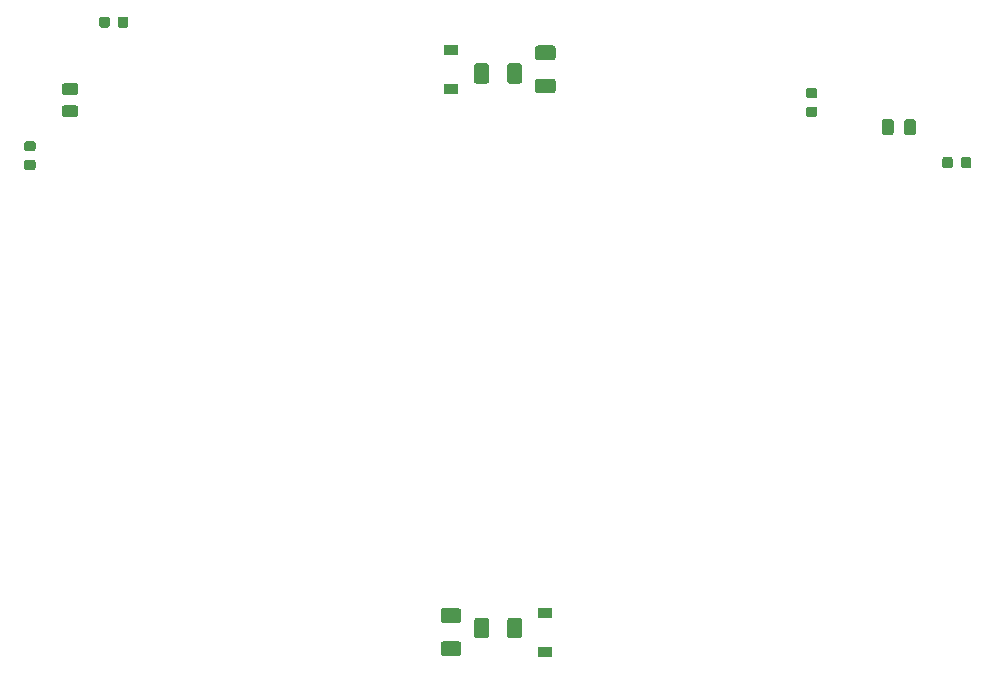
<source format=gtp>
G04 #@! TF.GenerationSoftware,KiCad,Pcbnew,(5.1.4)-1*
G04 #@! TF.CreationDate,2021-09-15T18:24:51-07:00*
G04 #@! TF.ProjectId,Panel,50616e65-6c2e-46b6-9963-61645f706362,rev?*
G04 #@! TF.SameCoordinates,Original*
G04 #@! TF.FileFunction,Paste,Top*
G04 #@! TF.FilePolarity,Positive*
%FSLAX46Y46*%
G04 Gerber Fmt 4.6, Leading zero omitted, Abs format (unit mm)*
G04 Created by KiCad (PCBNEW (5.1.4)-1) date 2021-09-15 18:24:51*
%MOMM*%
%LPD*%
G04 APERTURE LIST*
%ADD10C,0.100000*%
%ADD11C,1.250000*%
%ADD12R,1.200000X0.900000*%
%ADD13C,0.875000*%
%ADD14C,0.975000*%
G04 APERTURE END LIST*
D10*
G36*
X148625390Y-117421993D02*
G01*
X148649659Y-117425593D01*
X148673457Y-117431554D01*
X148696557Y-117439819D01*
X148718735Y-117450309D01*
X148739779Y-117462922D01*
X148759484Y-117477536D01*
X148777663Y-117494012D01*
X148794139Y-117512191D01*
X148808753Y-117531896D01*
X148821366Y-117552940D01*
X148831856Y-117575118D01*
X148840121Y-117598218D01*
X148846082Y-117622016D01*
X148849682Y-117646285D01*
X148850886Y-117670789D01*
X148850886Y-118920789D01*
X148849682Y-118945293D01*
X148846082Y-118969562D01*
X148840121Y-118993360D01*
X148831856Y-119016460D01*
X148821366Y-119038638D01*
X148808753Y-119059682D01*
X148794139Y-119079387D01*
X148777663Y-119097566D01*
X148759484Y-119114042D01*
X148739779Y-119128656D01*
X148718735Y-119141269D01*
X148696557Y-119151759D01*
X148673457Y-119160024D01*
X148649659Y-119165985D01*
X148625390Y-119169585D01*
X148600886Y-119170789D01*
X147850886Y-119170789D01*
X147826382Y-119169585D01*
X147802113Y-119165985D01*
X147778315Y-119160024D01*
X147755215Y-119151759D01*
X147733037Y-119141269D01*
X147711993Y-119128656D01*
X147692288Y-119114042D01*
X147674109Y-119097566D01*
X147657633Y-119079387D01*
X147643019Y-119059682D01*
X147630406Y-119038638D01*
X147619916Y-119016460D01*
X147611651Y-118993360D01*
X147605690Y-118969562D01*
X147602090Y-118945293D01*
X147600886Y-118920789D01*
X147600886Y-117670789D01*
X147602090Y-117646285D01*
X147605690Y-117622016D01*
X147611651Y-117598218D01*
X147619916Y-117575118D01*
X147630406Y-117552940D01*
X147643019Y-117531896D01*
X147657633Y-117512191D01*
X147674109Y-117494012D01*
X147692288Y-117477536D01*
X147711993Y-117462922D01*
X147733037Y-117450309D01*
X147755215Y-117439819D01*
X147778315Y-117431554D01*
X147802113Y-117425593D01*
X147826382Y-117421993D01*
X147850886Y-117420789D01*
X148600886Y-117420789D01*
X148625390Y-117421993D01*
X148625390Y-117421993D01*
G37*
D11*
X148225886Y-118295789D03*
D10*
G36*
X151425390Y-117421993D02*
G01*
X151449659Y-117425593D01*
X151473457Y-117431554D01*
X151496557Y-117439819D01*
X151518735Y-117450309D01*
X151539779Y-117462922D01*
X151559484Y-117477536D01*
X151577663Y-117494012D01*
X151594139Y-117512191D01*
X151608753Y-117531896D01*
X151621366Y-117552940D01*
X151631856Y-117575118D01*
X151640121Y-117598218D01*
X151646082Y-117622016D01*
X151649682Y-117646285D01*
X151650886Y-117670789D01*
X151650886Y-118920789D01*
X151649682Y-118945293D01*
X151646082Y-118969562D01*
X151640121Y-118993360D01*
X151631856Y-119016460D01*
X151621366Y-119038638D01*
X151608753Y-119059682D01*
X151594139Y-119079387D01*
X151577663Y-119097566D01*
X151559484Y-119114042D01*
X151539779Y-119128656D01*
X151518735Y-119141269D01*
X151496557Y-119151759D01*
X151473457Y-119160024D01*
X151449659Y-119165985D01*
X151425390Y-119169585D01*
X151400886Y-119170789D01*
X150650886Y-119170789D01*
X150626382Y-119169585D01*
X150602113Y-119165985D01*
X150578315Y-119160024D01*
X150555215Y-119151759D01*
X150533037Y-119141269D01*
X150511993Y-119128656D01*
X150492288Y-119114042D01*
X150474109Y-119097566D01*
X150457633Y-119079387D01*
X150443019Y-119059682D01*
X150430406Y-119038638D01*
X150419916Y-119016460D01*
X150411651Y-118993360D01*
X150405690Y-118969562D01*
X150402090Y-118945293D01*
X150400886Y-118920789D01*
X150400886Y-117670789D01*
X150402090Y-117646285D01*
X150405690Y-117622016D01*
X150411651Y-117598218D01*
X150419916Y-117575118D01*
X150430406Y-117552940D01*
X150443019Y-117531896D01*
X150457633Y-117512191D01*
X150474109Y-117494012D01*
X150492288Y-117477536D01*
X150511993Y-117462922D01*
X150533037Y-117450309D01*
X150555215Y-117439819D01*
X150578315Y-117431554D01*
X150602113Y-117425593D01*
X150626382Y-117421993D01*
X150650886Y-117420789D01*
X151400886Y-117420789D01*
X151425390Y-117421993D01*
X151425390Y-117421993D01*
G37*
D11*
X151025886Y-118295789D03*
D10*
G36*
X146275390Y-116621993D02*
G01*
X146299659Y-116625593D01*
X146323457Y-116631554D01*
X146346557Y-116639819D01*
X146368735Y-116650309D01*
X146389779Y-116662922D01*
X146409484Y-116677536D01*
X146427663Y-116694012D01*
X146444139Y-116712191D01*
X146458753Y-116731896D01*
X146471366Y-116752940D01*
X146481856Y-116775118D01*
X146490121Y-116798218D01*
X146496082Y-116822016D01*
X146499682Y-116846285D01*
X146500886Y-116870789D01*
X146500886Y-117620789D01*
X146499682Y-117645293D01*
X146496082Y-117669562D01*
X146490121Y-117693360D01*
X146481856Y-117716460D01*
X146471366Y-117738638D01*
X146458753Y-117759682D01*
X146444139Y-117779387D01*
X146427663Y-117797566D01*
X146409484Y-117814042D01*
X146389779Y-117828656D01*
X146368735Y-117841269D01*
X146346557Y-117851759D01*
X146323457Y-117860024D01*
X146299659Y-117865985D01*
X146275390Y-117869585D01*
X146250886Y-117870789D01*
X145000886Y-117870789D01*
X144976382Y-117869585D01*
X144952113Y-117865985D01*
X144928315Y-117860024D01*
X144905215Y-117851759D01*
X144883037Y-117841269D01*
X144861993Y-117828656D01*
X144842288Y-117814042D01*
X144824109Y-117797566D01*
X144807633Y-117779387D01*
X144793019Y-117759682D01*
X144780406Y-117738638D01*
X144769916Y-117716460D01*
X144761651Y-117693360D01*
X144755690Y-117669562D01*
X144752090Y-117645293D01*
X144750886Y-117620789D01*
X144750886Y-116870789D01*
X144752090Y-116846285D01*
X144755690Y-116822016D01*
X144761651Y-116798218D01*
X144769916Y-116775118D01*
X144780406Y-116752940D01*
X144793019Y-116731896D01*
X144807633Y-116712191D01*
X144824109Y-116694012D01*
X144842288Y-116677536D01*
X144861993Y-116662922D01*
X144883037Y-116650309D01*
X144905215Y-116639819D01*
X144928315Y-116631554D01*
X144952113Y-116625593D01*
X144976382Y-116621993D01*
X145000886Y-116620789D01*
X146250886Y-116620789D01*
X146275390Y-116621993D01*
X146275390Y-116621993D01*
G37*
D11*
X145625886Y-117245789D03*
D10*
G36*
X146275390Y-119421993D02*
G01*
X146299659Y-119425593D01*
X146323457Y-119431554D01*
X146346557Y-119439819D01*
X146368735Y-119450309D01*
X146389779Y-119462922D01*
X146409484Y-119477536D01*
X146427663Y-119494012D01*
X146444139Y-119512191D01*
X146458753Y-119531896D01*
X146471366Y-119552940D01*
X146481856Y-119575118D01*
X146490121Y-119598218D01*
X146496082Y-119622016D01*
X146499682Y-119646285D01*
X146500886Y-119670789D01*
X146500886Y-120420789D01*
X146499682Y-120445293D01*
X146496082Y-120469562D01*
X146490121Y-120493360D01*
X146481856Y-120516460D01*
X146471366Y-120538638D01*
X146458753Y-120559682D01*
X146444139Y-120579387D01*
X146427663Y-120597566D01*
X146409484Y-120614042D01*
X146389779Y-120628656D01*
X146368735Y-120641269D01*
X146346557Y-120651759D01*
X146323457Y-120660024D01*
X146299659Y-120665985D01*
X146275390Y-120669585D01*
X146250886Y-120670789D01*
X145000886Y-120670789D01*
X144976382Y-120669585D01*
X144952113Y-120665985D01*
X144928315Y-120660024D01*
X144905215Y-120651759D01*
X144883037Y-120641269D01*
X144861993Y-120628656D01*
X144842288Y-120614042D01*
X144824109Y-120597566D01*
X144807633Y-120579387D01*
X144793019Y-120559682D01*
X144780406Y-120538638D01*
X144769916Y-120516460D01*
X144761651Y-120493360D01*
X144755690Y-120469562D01*
X144752090Y-120445293D01*
X144750886Y-120420789D01*
X144750886Y-119670789D01*
X144752090Y-119646285D01*
X144755690Y-119622016D01*
X144761651Y-119598218D01*
X144769916Y-119575118D01*
X144780406Y-119552940D01*
X144793019Y-119531896D01*
X144807633Y-119512191D01*
X144824109Y-119494012D01*
X144842288Y-119477536D01*
X144861993Y-119462922D01*
X144883037Y-119450309D01*
X144905215Y-119439819D01*
X144928315Y-119431554D01*
X144952113Y-119425593D01*
X144976382Y-119421993D01*
X145000886Y-119420789D01*
X146250886Y-119420789D01*
X146275390Y-119421993D01*
X146275390Y-119421993D01*
G37*
D11*
X145625886Y-120045789D03*
D12*
X153625886Y-116995789D03*
X153625886Y-120295789D03*
D10*
G36*
X154270390Y-71771993D02*
G01*
X154294659Y-71775593D01*
X154318457Y-71781554D01*
X154341557Y-71789819D01*
X154363735Y-71800309D01*
X154384779Y-71812922D01*
X154404484Y-71827536D01*
X154422663Y-71844012D01*
X154439139Y-71862191D01*
X154453753Y-71881896D01*
X154466366Y-71902940D01*
X154476856Y-71925118D01*
X154485121Y-71948218D01*
X154491082Y-71972016D01*
X154494682Y-71996285D01*
X154495886Y-72020789D01*
X154495886Y-72770789D01*
X154494682Y-72795293D01*
X154491082Y-72819562D01*
X154485121Y-72843360D01*
X154476856Y-72866460D01*
X154466366Y-72888638D01*
X154453753Y-72909682D01*
X154439139Y-72929387D01*
X154422663Y-72947566D01*
X154404484Y-72964042D01*
X154384779Y-72978656D01*
X154363735Y-72991269D01*
X154341557Y-73001759D01*
X154318457Y-73010024D01*
X154294659Y-73015985D01*
X154270390Y-73019585D01*
X154245886Y-73020789D01*
X152995886Y-73020789D01*
X152971382Y-73019585D01*
X152947113Y-73015985D01*
X152923315Y-73010024D01*
X152900215Y-73001759D01*
X152878037Y-72991269D01*
X152856993Y-72978656D01*
X152837288Y-72964042D01*
X152819109Y-72947566D01*
X152802633Y-72929387D01*
X152788019Y-72909682D01*
X152775406Y-72888638D01*
X152764916Y-72866460D01*
X152756651Y-72843360D01*
X152750690Y-72819562D01*
X152747090Y-72795293D01*
X152745886Y-72770789D01*
X152745886Y-72020789D01*
X152747090Y-71996285D01*
X152750690Y-71972016D01*
X152756651Y-71948218D01*
X152764916Y-71925118D01*
X152775406Y-71902940D01*
X152788019Y-71881896D01*
X152802633Y-71862191D01*
X152819109Y-71844012D01*
X152837288Y-71827536D01*
X152856993Y-71812922D01*
X152878037Y-71800309D01*
X152900215Y-71789819D01*
X152923315Y-71781554D01*
X152947113Y-71775593D01*
X152971382Y-71771993D01*
X152995886Y-71770789D01*
X154245886Y-71770789D01*
X154270390Y-71771993D01*
X154270390Y-71771993D01*
G37*
D11*
X153620886Y-72395789D03*
D10*
G36*
X154270390Y-68971993D02*
G01*
X154294659Y-68975593D01*
X154318457Y-68981554D01*
X154341557Y-68989819D01*
X154363735Y-69000309D01*
X154384779Y-69012922D01*
X154404484Y-69027536D01*
X154422663Y-69044012D01*
X154439139Y-69062191D01*
X154453753Y-69081896D01*
X154466366Y-69102940D01*
X154476856Y-69125118D01*
X154485121Y-69148218D01*
X154491082Y-69172016D01*
X154494682Y-69196285D01*
X154495886Y-69220789D01*
X154495886Y-69970789D01*
X154494682Y-69995293D01*
X154491082Y-70019562D01*
X154485121Y-70043360D01*
X154476856Y-70066460D01*
X154466366Y-70088638D01*
X154453753Y-70109682D01*
X154439139Y-70129387D01*
X154422663Y-70147566D01*
X154404484Y-70164042D01*
X154384779Y-70178656D01*
X154363735Y-70191269D01*
X154341557Y-70201759D01*
X154318457Y-70210024D01*
X154294659Y-70215985D01*
X154270390Y-70219585D01*
X154245886Y-70220789D01*
X152995886Y-70220789D01*
X152971382Y-70219585D01*
X152947113Y-70215985D01*
X152923315Y-70210024D01*
X152900215Y-70201759D01*
X152878037Y-70191269D01*
X152856993Y-70178656D01*
X152837288Y-70164042D01*
X152819109Y-70147566D01*
X152802633Y-70129387D01*
X152788019Y-70109682D01*
X152775406Y-70088638D01*
X152764916Y-70066460D01*
X152756651Y-70043360D01*
X152750690Y-70019562D01*
X152747090Y-69995293D01*
X152745886Y-69970789D01*
X152745886Y-69220789D01*
X152747090Y-69196285D01*
X152750690Y-69172016D01*
X152756651Y-69148218D01*
X152764916Y-69125118D01*
X152775406Y-69102940D01*
X152788019Y-69081896D01*
X152802633Y-69062191D01*
X152819109Y-69044012D01*
X152837288Y-69027536D01*
X152856993Y-69012922D01*
X152878037Y-69000309D01*
X152900215Y-68989819D01*
X152923315Y-68981554D01*
X152947113Y-68975593D01*
X152971382Y-68971993D01*
X152995886Y-68970789D01*
X154245886Y-68970789D01*
X154270390Y-68971993D01*
X154270390Y-68971993D01*
G37*
D11*
X153620886Y-69595789D03*
D10*
G36*
X151420390Y-70471993D02*
G01*
X151444659Y-70475593D01*
X151468457Y-70481554D01*
X151491557Y-70489819D01*
X151513735Y-70500309D01*
X151534779Y-70512922D01*
X151554484Y-70527536D01*
X151572663Y-70544012D01*
X151589139Y-70562191D01*
X151603753Y-70581896D01*
X151616366Y-70602940D01*
X151626856Y-70625118D01*
X151635121Y-70648218D01*
X151641082Y-70672016D01*
X151644682Y-70696285D01*
X151645886Y-70720789D01*
X151645886Y-71970789D01*
X151644682Y-71995293D01*
X151641082Y-72019562D01*
X151635121Y-72043360D01*
X151626856Y-72066460D01*
X151616366Y-72088638D01*
X151603753Y-72109682D01*
X151589139Y-72129387D01*
X151572663Y-72147566D01*
X151554484Y-72164042D01*
X151534779Y-72178656D01*
X151513735Y-72191269D01*
X151491557Y-72201759D01*
X151468457Y-72210024D01*
X151444659Y-72215985D01*
X151420390Y-72219585D01*
X151395886Y-72220789D01*
X150645886Y-72220789D01*
X150621382Y-72219585D01*
X150597113Y-72215985D01*
X150573315Y-72210024D01*
X150550215Y-72201759D01*
X150528037Y-72191269D01*
X150506993Y-72178656D01*
X150487288Y-72164042D01*
X150469109Y-72147566D01*
X150452633Y-72129387D01*
X150438019Y-72109682D01*
X150425406Y-72088638D01*
X150414916Y-72066460D01*
X150406651Y-72043360D01*
X150400690Y-72019562D01*
X150397090Y-71995293D01*
X150395886Y-71970789D01*
X150395886Y-70720789D01*
X150397090Y-70696285D01*
X150400690Y-70672016D01*
X150406651Y-70648218D01*
X150414916Y-70625118D01*
X150425406Y-70602940D01*
X150438019Y-70581896D01*
X150452633Y-70562191D01*
X150469109Y-70544012D01*
X150487288Y-70527536D01*
X150506993Y-70512922D01*
X150528037Y-70500309D01*
X150550215Y-70489819D01*
X150573315Y-70481554D01*
X150597113Y-70475593D01*
X150621382Y-70471993D01*
X150645886Y-70470789D01*
X151395886Y-70470789D01*
X151420390Y-70471993D01*
X151420390Y-70471993D01*
G37*
D11*
X151020886Y-71345789D03*
D10*
G36*
X148620390Y-70471993D02*
G01*
X148644659Y-70475593D01*
X148668457Y-70481554D01*
X148691557Y-70489819D01*
X148713735Y-70500309D01*
X148734779Y-70512922D01*
X148754484Y-70527536D01*
X148772663Y-70544012D01*
X148789139Y-70562191D01*
X148803753Y-70581896D01*
X148816366Y-70602940D01*
X148826856Y-70625118D01*
X148835121Y-70648218D01*
X148841082Y-70672016D01*
X148844682Y-70696285D01*
X148845886Y-70720789D01*
X148845886Y-71970789D01*
X148844682Y-71995293D01*
X148841082Y-72019562D01*
X148835121Y-72043360D01*
X148826856Y-72066460D01*
X148816366Y-72088638D01*
X148803753Y-72109682D01*
X148789139Y-72129387D01*
X148772663Y-72147566D01*
X148754484Y-72164042D01*
X148734779Y-72178656D01*
X148713735Y-72191269D01*
X148691557Y-72201759D01*
X148668457Y-72210024D01*
X148644659Y-72215985D01*
X148620390Y-72219585D01*
X148595886Y-72220789D01*
X147845886Y-72220789D01*
X147821382Y-72219585D01*
X147797113Y-72215985D01*
X147773315Y-72210024D01*
X147750215Y-72201759D01*
X147728037Y-72191269D01*
X147706993Y-72178656D01*
X147687288Y-72164042D01*
X147669109Y-72147566D01*
X147652633Y-72129387D01*
X147638019Y-72109682D01*
X147625406Y-72088638D01*
X147614916Y-72066460D01*
X147606651Y-72043360D01*
X147600690Y-72019562D01*
X147597090Y-71995293D01*
X147595886Y-71970789D01*
X147595886Y-70720789D01*
X147597090Y-70696285D01*
X147600690Y-70672016D01*
X147606651Y-70648218D01*
X147614916Y-70625118D01*
X147625406Y-70602940D01*
X147638019Y-70581896D01*
X147652633Y-70562191D01*
X147669109Y-70544012D01*
X147687288Y-70527536D01*
X147706993Y-70512922D01*
X147728037Y-70500309D01*
X147750215Y-70489819D01*
X147773315Y-70481554D01*
X147797113Y-70475593D01*
X147821382Y-70471993D01*
X147845886Y-70470789D01*
X148595886Y-70470789D01*
X148620390Y-70471993D01*
X148620390Y-70471993D01*
G37*
D11*
X148220886Y-71345789D03*
D12*
X145620886Y-72645789D03*
X145620886Y-69345789D03*
D10*
G36*
X110261956Y-78647282D02*
G01*
X110283191Y-78650432D01*
X110304015Y-78655648D01*
X110324227Y-78662880D01*
X110343633Y-78672059D01*
X110362046Y-78683095D01*
X110379289Y-78695883D01*
X110395195Y-78710299D01*
X110409611Y-78726205D01*
X110422399Y-78743448D01*
X110433435Y-78761861D01*
X110442614Y-78781267D01*
X110449846Y-78801479D01*
X110455062Y-78822303D01*
X110458212Y-78843538D01*
X110459265Y-78864979D01*
X110459265Y-79302479D01*
X110458212Y-79323920D01*
X110455062Y-79345155D01*
X110449846Y-79365979D01*
X110442614Y-79386191D01*
X110433435Y-79405597D01*
X110422399Y-79424010D01*
X110409611Y-79441253D01*
X110395195Y-79457159D01*
X110379289Y-79471575D01*
X110362046Y-79484363D01*
X110343633Y-79495399D01*
X110324227Y-79504578D01*
X110304015Y-79511810D01*
X110283191Y-79517026D01*
X110261956Y-79520176D01*
X110240515Y-79521229D01*
X109728015Y-79521229D01*
X109706574Y-79520176D01*
X109685339Y-79517026D01*
X109664515Y-79511810D01*
X109644303Y-79504578D01*
X109624897Y-79495399D01*
X109606484Y-79484363D01*
X109589241Y-79471575D01*
X109573335Y-79457159D01*
X109558919Y-79441253D01*
X109546131Y-79424010D01*
X109535095Y-79405597D01*
X109525916Y-79386191D01*
X109518684Y-79365979D01*
X109513468Y-79345155D01*
X109510318Y-79323920D01*
X109509265Y-79302479D01*
X109509265Y-78864979D01*
X109510318Y-78843538D01*
X109513468Y-78822303D01*
X109518684Y-78801479D01*
X109525916Y-78781267D01*
X109535095Y-78761861D01*
X109546131Y-78743448D01*
X109558919Y-78726205D01*
X109573335Y-78710299D01*
X109589241Y-78695883D01*
X109606484Y-78683095D01*
X109624897Y-78672059D01*
X109644303Y-78662880D01*
X109664515Y-78655648D01*
X109685339Y-78650432D01*
X109706574Y-78647282D01*
X109728015Y-78646229D01*
X110240515Y-78646229D01*
X110261956Y-78647282D01*
X110261956Y-78647282D01*
G37*
D13*
X109984265Y-79083729D03*
D10*
G36*
X110261956Y-77072282D02*
G01*
X110283191Y-77075432D01*
X110304015Y-77080648D01*
X110324227Y-77087880D01*
X110343633Y-77097059D01*
X110362046Y-77108095D01*
X110379289Y-77120883D01*
X110395195Y-77135299D01*
X110409611Y-77151205D01*
X110422399Y-77168448D01*
X110433435Y-77186861D01*
X110442614Y-77206267D01*
X110449846Y-77226479D01*
X110455062Y-77247303D01*
X110458212Y-77268538D01*
X110459265Y-77289979D01*
X110459265Y-77727479D01*
X110458212Y-77748920D01*
X110455062Y-77770155D01*
X110449846Y-77790979D01*
X110442614Y-77811191D01*
X110433435Y-77830597D01*
X110422399Y-77849010D01*
X110409611Y-77866253D01*
X110395195Y-77882159D01*
X110379289Y-77896575D01*
X110362046Y-77909363D01*
X110343633Y-77920399D01*
X110324227Y-77929578D01*
X110304015Y-77936810D01*
X110283191Y-77942026D01*
X110261956Y-77945176D01*
X110240515Y-77946229D01*
X109728015Y-77946229D01*
X109706574Y-77945176D01*
X109685339Y-77942026D01*
X109664515Y-77936810D01*
X109644303Y-77929578D01*
X109624897Y-77920399D01*
X109606484Y-77909363D01*
X109589241Y-77896575D01*
X109573335Y-77882159D01*
X109558919Y-77866253D01*
X109546131Y-77849010D01*
X109535095Y-77830597D01*
X109525916Y-77811191D01*
X109518684Y-77790979D01*
X109513468Y-77770155D01*
X109510318Y-77748920D01*
X109509265Y-77727479D01*
X109509265Y-77289979D01*
X109510318Y-77268538D01*
X109513468Y-77247303D01*
X109518684Y-77226479D01*
X109525916Y-77206267D01*
X109535095Y-77186861D01*
X109546131Y-77168448D01*
X109558919Y-77151205D01*
X109573335Y-77135299D01*
X109589241Y-77120883D01*
X109606484Y-77108095D01*
X109624897Y-77097059D01*
X109644303Y-77087880D01*
X109664515Y-77080648D01*
X109685339Y-77075432D01*
X109706574Y-77072282D01*
X109728015Y-77071229D01*
X110240515Y-77071229D01*
X110261956Y-77072282D01*
X110261956Y-77072282D01*
G37*
D13*
X109984265Y-77508729D03*
D10*
G36*
X116536956Y-66522282D02*
G01*
X116558191Y-66525432D01*
X116579015Y-66530648D01*
X116599227Y-66537880D01*
X116618633Y-66547059D01*
X116637046Y-66558095D01*
X116654289Y-66570883D01*
X116670195Y-66585299D01*
X116684611Y-66601205D01*
X116697399Y-66618448D01*
X116708435Y-66636861D01*
X116717614Y-66656267D01*
X116724846Y-66676479D01*
X116730062Y-66697303D01*
X116733212Y-66718538D01*
X116734265Y-66739979D01*
X116734265Y-67252479D01*
X116733212Y-67273920D01*
X116730062Y-67295155D01*
X116724846Y-67315979D01*
X116717614Y-67336191D01*
X116708435Y-67355597D01*
X116697399Y-67374010D01*
X116684611Y-67391253D01*
X116670195Y-67407159D01*
X116654289Y-67421575D01*
X116637046Y-67434363D01*
X116618633Y-67445399D01*
X116599227Y-67454578D01*
X116579015Y-67461810D01*
X116558191Y-67467026D01*
X116536956Y-67470176D01*
X116515515Y-67471229D01*
X116078015Y-67471229D01*
X116056574Y-67470176D01*
X116035339Y-67467026D01*
X116014515Y-67461810D01*
X115994303Y-67454578D01*
X115974897Y-67445399D01*
X115956484Y-67434363D01*
X115939241Y-67421575D01*
X115923335Y-67407159D01*
X115908919Y-67391253D01*
X115896131Y-67374010D01*
X115885095Y-67355597D01*
X115875916Y-67336191D01*
X115868684Y-67315979D01*
X115863468Y-67295155D01*
X115860318Y-67273920D01*
X115859265Y-67252479D01*
X115859265Y-66739979D01*
X115860318Y-66718538D01*
X115863468Y-66697303D01*
X115868684Y-66676479D01*
X115875916Y-66656267D01*
X115885095Y-66636861D01*
X115896131Y-66618448D01*
X115908919Y-66601205D01*
X115923335Y-66585299D01*
X115939241Y-66570883D01*
X115956484Y-66558095D01*
X115974897Y-66547059D01*
X115994303Y-66537880D01*
X116014515Y-66530648D01*
X116035339Y-66525432D01*
X116056574Y-66522282D01*
X116078015Y-66521229D01*
X116515515Y-66521229D01*
X116536956Y-66522282D01*
X116536956Y-66522282D01*
G37*
D13*
X116296765Y-66996229D03*
D10*
G36*
X118111956Y-66522282D02*
G01*
X118133191Y-66525432D01*
X118154015Y-66530648D01*
X118174227Y-66537880D01*
X118193633Y-66547059D01*
X118212046Y-66558095D01*
X118229289Y-66570883D01*
X118245195Y-66585299D01*
X118259611Y-66601205D01*
X118272399Y-66618448D01*
X118283435Y-66636861D01*
X118292614Y-66656267D01*
X118299846Y-66676479D01*
X118305062Y-66697303D01*
X118308212Y-66718538D01*
X118309265Y-66739979D01*
X118309265Y-67252479D01*
X118308212Y-67273920D01*
X118305062Y-67295155D01*
X118299846Y-67315979D01*
X118292614Y-67336191D01*
X118283435Y-67355597D01*
X118272399Y-67374010D01*
X118259611Y-67391253D01*
X118245195Y-67407159D01*
X118229289Y-67421575D01*
X118212046Y-67434363D01*
X118193633Y-67445399D01*
X118174227Y-67454578D01*
X118154015Y-67461810D01*
X118133191Y-67467026D01*
X118111956Y-67470176D01*
X118090515Y-67471229D01*
X117653015Y-67471229D01*
X117631574Y-67470176D01*
X117610339Y-67467026D01*
X117589515Y-67461810D01*
X117569303Y-67454578D01*
X117549897Y-67445399D01*
X117531484Y-67434363D01*
X117514241Y-67421575D01*
X117498335Y-67407159D01*
X117483919Y-67391253D01*
X117471131Y-67374010D01*
X117460095Y-67355597D01*
X117450916Y-67336191D01*
X117443684Y-67315979D01*
X117438468Y-67295155D01*
X117435318Y-67273920D01*
X117434265Y-67252479D01*
X117434265Y-66739979D01*
X117435318Y-66718538D01*
X117438468Y-66697303D01*
X117443684Y-66676479D01*
X117450916Y-66656267D01*
X117460095Y-66636861D01*
X117471131Y-66618448D01*
X117483919Y-66601205D01*
X117498335Y-66585299D01*
X117514241Y-66570883D01*
X117531484Y-66558095D01*
X117549897Y-66547059D01*
X117569303Y-66537880D01*
X117589515Y-66530648D01*
X117610339Y-66525432D01*
X117631574Y-66522282D01*
X117653015Y-66521229D01*
X118090515Y-66521229D01*
X118111956Y-66522282D01*
X118111956Y-66522282D01*
G37*
D13*
X117871765Y-66996229D03*
D10*
G36*
X113864406Y-74047403D02*
G01*
X113888067Y-74050913D01*
X113911271Y-74056725D01*
X113933793Y-74064783D01*
X113955417Y-74075011D01*
X113975934Y-74087308D01*
X113995147Y-74101558D01*
X114012871Y-74117622D01*
X114028935Y-74135346D01*
X114043185Y-74154559D01*
X114055482Y-74175076D01*
X114065710Y-74196700D01*
X114073768Y-74219222D01*
X114079580Y-74242426D01*
X114083090Y-74266087D01*
X114084264Y-74289979D01*
X114084264Y-74777479D01*
X114083090Y-74801371D01*
X114079580Y-74825032D01*
X114073768Y-74848236D01*
X114065710Y-74870758D01*
X114055482Y-74892382D01*
X114043185Y-74912899D01*
X114028935Y-74932112D01*
X114012871Y-74949836D01*
X113995147Y-74965900D01*
X113975934Y-74980150D01*
X113955417Y-74992447D01*
X113933793Y-75002675D01*
X113911271Y-75010733D01*
X113888067Y-75016545D01*
X113864406Y-75020055D01*
X113840514Y-75021229D01*
X112928014Y-75021229D01*
X112904122Y-75020055D01*
X112880461Y-75016545D01*
X112857257Y-75010733D01*
X112834735Y-75002675D01*
X112813111Y-74992447D01*
X112792594Y-74980150D01*
X112773381Y-74965900D01*
X112755657Y-74949836D01*
X112739593Y-74932112D01*
X112725343Y-74912899D01*
X112713046Y-74892382D01*
X112702818Y-74870758D01*
X112694760Y-74848236D01*
X112688948Y-74825032D01*
X112685438Y-74801371D01*
X112684264Y-74777479D01*
X112684264Y-74289979D01*
X112685438Y-74266087D01*
X112688948Y-74242426D01*
X112694760Y-74219222D01*
X112702818Y-74196700D01*
X112713046Y-74175076D01*
X112725343Y-74154559D01*
X112739593Y-74135346D01*
X112755657Y-74117622D01*
X112773381Y-74101558D01*
X112792594Y-74087308D01*
X112813111Y-74075011D01*
X112834735Y-74064783D01*
X112857257Y-74056725D01*
X112880461Y-74050913D01*
X112904122Y-74047403D01*
X112928014Y-74046229D01*
X113840514Y-74046229D01*
X113864406Y-74047403D01*
X113864406Y-74047403D01*
G37*
D14*
X113384264Y-74533729D03*
D10*
G36*
X113864406Y-72172403D02*
G01*
X113888067Y-72175913D01*
X113911271Y-72181725D01*
X113933793Y-72189783D01*
X113955417Y-72200011D01*
X113975934Y-72212308D01*
X113995147Y-72226558D01*
X114012871Y-72242622D01*
X114028935Y-72260346D01*
X114043185Y-72279559D01*
X114055482Y-72300076D01*
X114065710Y-72321700D01*
X114073768Y-72344222D01*
X114079580Y-72367426D01*
X114083090Y-72391087D01*
X114084264Y-72414979D01*
X114084264Y-72902479D01*
X114083090Y-72926371D01*
X114079580Y-72950032D01*
X114073768Y-72973236D01*
X114065710Y-72995758D01*
X114055482Y-73017382D01*
X114043185Y-73037899D01*
X114028935Y-73057112D01*
X114012871Y-73074836D01*
X113995147Y-73090900D01*
X113975934Y-73105150D01*
X113955417Y-73117447D01*
X113933793Y-73127675D01*
X113911271Y-73135733D01*
X113888067Y-73141545D01*
X113864406Y-73145055D01*
X113840514Y-73146229D01*
X112928014Y-73146229D01*
X112904122Y-73145055D01*
X112880461Y-73141545D01*
X112857257Y-73135733D01*
X112834735Y-73127675D01*
X112813111Y-73117447D01*
X112792594Y-73105150D01*
X112773381Y-73090900D01*
X112755657Y-73074836D01*
X112739593Y-73057112D01*
X112725343Y-73037899D01*
X112713046Y-73017382D01*
X112702818Y-72995758D01*
X112694760Y-72973236D01*
X112688948Y-72950032D01*
X112685438Y-72926371D01*
X112684264Y-72902479D01*
X112684264Y-72414979D01*
X112685438Y-72391087D01*
X112688948Y-72367426D01*
X112694760Y-72344222D01*
X112702818Y-72321700D01*
X112713046Y-72300076D01*
X112725343Y-72279559D01*
X112739593Y-72260346D01*
X112755657Y-72242622D01*
X112773381Y-72226558D01*
X112792594Y-72212308D01*
X112813111Y-72200011D01*
X112834735Y-72189783D01*
X112857257Y-72181725D01*
X112880461Y-72175913D01*
X112904122Y-72172403D01*
X112928014Y-72171229D01*
X113840514Y-72171229D01*
X113864406Y-72172403D01*
X113864406Y-72172403D01*
G37*
D14*
X113384264Y-72658729D03*
D10*
G36*
X189489463Y-78417631D02*
G01*
X189510698Y-78420781D01*
X189531522Y-78425997D01*
X189551734Y-78433229D01*
X189571140Y-78442408D01*
X189589553Y-78453444D01*
X189606796Y-78466232D01*
X189622702Y-78480648D01*
X189637118Y-78496554D01*
X189649906Y-78513797D01*
X189660942Y-78532210D01*
X189670121Y-78551616D01*
X189677353Y-78571828D01*
X189682569Y-78592652D01*
X189685719Y-78613887D01*
X189686772Y-78635328D01*
X189686772Y-79147828D01*
X189685719Y-79169269D01*
X189682569Y-79190504D01*
X189677353Y-79211328D01*
X189670121Y-79231540D01*
X189660942Y-79250946D01*
X189649906Y-79269359D01*
X189637118Y-79286602D01*
X189622702Y-79302508D01*
X189606796Y-79316924D01*
X189589553Y-79329712D01*
X189571140Y-79340748D01*
X189551734Y-79349927D01*
X189531522Y-79357159D01*
X189510698Y-79362375D01*
X189489463Y-79365525D01*
X189468022Y-79366578D01*
X189030522Y-79366578D01*
X189009081Y-79365525D01*
X188987846Y-79362375D01*
X188967022Y-79357159D01*
X188946810Y-79349927D01*
X188927404Y-79340748D01*
X188908991Y-79329712D01*
X188891748Y-79316924D01*
X188875842Y-79302508D01*
X188861426Y-79286602D01*
X188848638Y-79269359D01*
X188837602Y-79250946D01*
X188828423Y-79231540D01*
X188821191Y-79211328D01*
X188815975Y-79190504D01*
X188812825Y-79169269D01*
X188811772Y-79147828D01*
X188811772Y-78635328D01*
X188812825Y-78613887D01*
X188815975Y-78592652D01*
X188821191Y-78571828D01*
X188828423Y-78551616D01*
X188837602Y-78532210D01*
X188848638Y-78513797D01*
X188861426Y-78496554D01*
X188875842Y-78480648D01*
X188891748Y-78466232D01*
X188908991Y-78453444D01*
X188927404Y-78442408D01*
X188946810Y-78433229D01*
X188967022Y-78425997D01*
X188987846Y-78420781D01*
X189009081Y-78417631D01*
X189030522Y-78416578D01*
X189468022Y-78416578D01*
X189489463Y-78417631D01*
X189489463Y-78417631D01*
G37*
D13*
X189249272Y-78891578D03*
D10*
G36*
X187914463Y-78417631D02*
G01*
X187935698Y-78420781D01*
X187956522Y-78425997D01*
X187976734Y-78433229D01*
X187996140Y-78442408D01*
X188014553Y-78453444D01*
X188031796Y-78466232D01*
X188047702Y-78480648D01*
X188062118Y-78496554D01*
X188074906Y-78513797D01*
X188085942Y-78532210D01*
X188095121Y-78551616D01*
X188102353Y-78571828D01*
X188107569Y-78592652D01*
X188110719Y-78613887D01*
X188111772Y-78635328D01*
X188111772Y-79147828D01*
X188110719Y-79169269D01*
X188107569Y-79190504D01*
X188102353Y-79211328D01*
X188095121Y-79231540D01*
X188085942Y-79250946D01*
X188074906Y-79269359D01*
X188062118Y-79286602D01*
X188047702Y-79302508D01*
X188031796Y-79316924D01*
X188014553Y-79329712D01*
X187996140Y-79340748D01*
X187976734Y-79349927D01*
X187956522Y-79357159D01*
X187935698Y-79362375D01*
X187914463Y-79365525D01*
X187893022Y-79366578D01*
X187455522Y-79366578D01*
X187434081Y-79365525D01*
X187412846Y-79362375D01*
X187392022Y-79357159D01*
X187371810Y-79349927D01*
X187352404Y-79340748D01*
X187333991Y-79329712D01*
X187316748Y-79316924D01*
X187300842Y-79302508D01*
X187286426Y-79286602D01*
X187273638Y-79269359D01*
X187262602Y-79250946D01*
X187253423Y-79231540D01*
X187246191Y-79211328D01*
X187240975Y-79190504D01*
X187237825Y-79169269D01*
X187236772Y-79147828D01*
X187236772Y-78635328D01*
X187237825Y-78613887D01*
X187240975Y-78592652D01*
X187246191Y-78571828D01*
X187253423Y-78551616D01*
X187262602Y-78532210D01*
X187273638Y-78513797D01*
X187286426Y-78496554D01*
X187300842Y-78480648D01*
X187316748Y-78466232D01*
X187333991Y-78453444D01*
X187352404Y-78442408D01*
X187371810Y-78433229D01*
X187392022Y-78425997D01*
X187412846Y-78420781D01*
X187434081Y-78417631D01*
X187455522Y-78416578D01*
X187893022Y-78416578D01*
X187914463Y-78417631D01*
X187914463Y-78417631D01*
G37*
D13*
X187674272Y-78891578D03*
D10*
G36*
X176439464Y-72569631D02*
G01*
X176460699Y-72572781D01*
X176481523Y-72577997D01*
X176501735Y-72585229D01*
X176521141Y-72594408D01*
X176539554Y-72605444D01*
X176556797Y-72618232D01*
X176572703Y-72632648D01*
X176587119Y-72648554D01*
X176599907Y-72665797D01*
X176610943Y-72684210D01*
X176620122Y-72703616D01*
X176627354Y-72723828D01*
X176632570Y-72744652D01*
X176635720Y-72765887D01*
X176636773Y-72787328D01*
X176636773Y-73224828D01*
X176635720Y-73246269D01*
X176632570Y-73267504D01*
X176627354Y-73288328D01*
X176620122Y-73308540D01*
X176610943Y-73327946D01*
X176599907Y-73346359D01*
X176587119Y-73363602D01*
X176572703Y-73379508D01*
X176556797Y-73393924D01*
X176539554Y-73406712D01*
X176521141Y-73417748D01*
X176501735Y-73426927D01*
X176481523Y-73434159D01*
X176460699Y-73439375D01*
X176439464Y-73442525D01*
X176418023Y-73443578D01*
X175905523Y-73443578D01*
X175884082Y-73442525D01*
X175862847Y-73439375D01*
X175842023Y-73434159D01*
X175821811Y-73426927D01*
X175802405Y-73417748D01*
X175783992Y-73406712D01*
X175766749Y-73393924D01*
X175750843Y-73379508D01*
X175736427Y-73363602D01*
X175723639Y-73346359D01*
X175712603Y-73327946D01*
X175703424Y-73308540D01*
X175696192Y-73288328D01*
X175690976Y-73267504D01*
X175687826Y-73246269D01*
X175686773Y-73224828D01*
X175686773Y-72787328D01*
X175687826Y-72765887D01*
X175690976Y-72744652D01*
X175696192Y-72723828D01*
X175703424Y-72703616D01*
X175712603Y-72684210D01*
X175723639Y-72665797D01*
X175736427Y-72648554D01*
X175750843Y-72632648D01*
X175766749Y-72618232D01*
X175783992Y-72605444D01*
X175802405Y-72594408D01*
X175821811Y-72585229D01*
X175842023Y-72577997D01*
X175862847Y-72572781D01*
X175884082Y-72569631D01*
X175905523Y-72568578D01*
X176418023Y-72568578D01*
X176439464Y-72569631D01*
X176439464Y-72569631D01*
G37*
D13*
X176161773Y-73006078D03*
D10*
G36*
X176439464Y-74144631D02*
G01*
X176460699Y-74147781D01*
X176481523Y-74152997D01*
X176501735Y-74160229D01*
X176521141Y-74169408D01*
X176539554Y-74180444D01*
X176556797Y-74193232D01*
X176572703Y-74207648D01*
X176587119Y-74223554D01*
X176599907Y-74240797D01*
X176610943Y-74259210D01*
X176620122Y-74278616D01*
X176627354Y-74298828D01*
X176632570Y-74319652D01*
X176635720Y-74340887D01*
X176636773Y-74362328D01*
X176636773Y-74799828D01*
X176635720Y-74821269D01*
X176632570Y-74842504D01*
X176627354Y-74863328D01*
X176620122Y-74883540D01*
X176610943Y-74902946D01*
X176599907Y-74921359D01*
X176587119Y-74938602D01*
X176572703Y-74954508D01*
X176556797Y-74968924D01*
X176539554Y-74981712D01*
X176521141Y-74992748D01*
X176501735Y-75001927D01*
X176481523Y-75009159D01*
X176460699Y-75014375D01*
X176439464Y-75017525D01*
X176418023Y-75018578D01*
X175905523Y-75018578D01*
X175884082Y-75017525D01*
X175862847Y-75014375D01*
X175842023Y-75009159D01*
X175821811Y-75001927D01*
X175802405Y-74992748D01*
X175783992Y-74981712D01*
X175766749Y-74968924D01*
X175750843Y-74954508D01*
X175736427Y-74938602D01*
X175723639Y-74921359D01*
X175712603Y-74902946D01*
X175703424Y-74883540D01*
X175696192Y-74863328D01*
X175690976Y-74842504D01*
X175687826Y-74821269D01*
X175686773Y-74799828D01*
X175686773Y-74362328D01*
X175687826Y-74340887D01*
X175690976Y-74319652D01*
X175696192Y-74298828D01*
X175703424Y-74278616D01*
X175712603Y-74259210D01*
X175723639Y-74240797D01*
X175736427Y-74223554D01*
X175750843Y-74207648D01*
X175766749Y-74193232D01*
X175783992Y-74180444D01*
X175802405Y-74169408D01*
X175821811Y-74160229D01*
X175842023Y-74152997D01*
X175862847Y-74147781D01*
X175884082Y-74144631D01*
X175905523Y-74143578D01*
X176418023Y-74143578D01*
X176439464Y-74144631D01*
X176439464Y-74144631D01*
G37*
D13*
X176161773Y-74581078D03*
D10*
G36*
X184766914Y-75194752D02*
G01*
X184790575Y-75198262D01*
X184813779Y-75204074D01*
X184836301Y-75212132D01*
X184857925Y-75222360D01*
X184878442Y-75234657D01*
X184897655Y-75248907D01*
X184915379Y-75264971D01*
X184931443Y-75282695D01*
X184945693Y-75301908D01*
X184957990Y-75322425D01*
X184968218Y-75344049D01*
X184976276Y-75366571D01*
X184982088Y-75389775D01*
X184985598Y-75413436D01*
X184986772Y-75437328D01*
X184986772Y-76349828D01*
X184985598Y-76373720D01*
X184982088Y-76397381D01*
X184976276Y-76420585D01*
X184968218Y-76443107D01*
X184957990Y-76464731D01*
X184945693Y-76485248D01*
X184931443Y-76504461D01*
X184915379Y-76522185D01*
X184897655Y-76538249D01*
X184878442Y-76552499D01*
X184857925Y-76564796D01*
X184836301Y-76575024D01*
X184813779Y-76583082D01*
X184790575Y-76588894D01*
X184766914Y-76592404D01*
X184743022Y-76593578D01*
X184255522Y-76593578D01*
X184231630Y-76592404D01*
X184207969Y-76588894D01*
X184184765Y-76583082D01*
X184162243Y-76575024D01*
X184140619Y-76564796D01*
X184120102Y-76552499D01*
X184100889Y-76538249D01*
X184083165Y-76522185D01*
X184067101Y-76504461D01*
X184052851Y-76485248D01*
X184040554Y-76464731D01*
X184030326Y-76443107D01*
X184022268Y-76420585D01*
X184016456Y-76397381D01*
X184012946Y-76373720D01*
X184011772Y-76349828D01*
X184011772Y-75437328D01*
X184012946Y-75413436D01*
X184016456Y-75389775D01*
X184022268Y-75366571D01*
X184030326Y-75344049D01*
X184040554Y-75322425D01*
X184052851Y-75301908D01*
X184067101Y-75282695D01*
X184083165Y-75264971D01*
X184100889Y-75248907D01*
X184120102Y-75234657D01*
X184140619Y-75222360D01*
X184162243Y-75212132D01*
X184184765Y-75204074D01*
X184207969Y-75198262D01*
X184231630Y-75194752D01*
X184255522Y-75193578D01*
X184743022Y-75193578D01*
X184766914Y-75194752D01*
X184766914Y-75194752D01*
G37*
D14*
X184499272Y-75893578D03*
D10*
G36*
X182891914Y-75194752D02*
G01*
X182915575Y-75198262D01*
X182938779Y-75204074D01*
X182961301Y-75212132D01*
X182982925Y-75222360D01*
X183003442Y-75234657D01*
X183022655Y-75248907D01*
X183040379Y-75264971D01*
X183056443Y-75282695D01*
X183070693Y-75301908D01*
X183082990Y-75322425D01*
X183093218Y-75344049D01*
X183101276Y-75366571D01*
X183107088Y-75389775D01*
X183110598Y-75413436D01*
X183111772Y-75437328D01*
X183111772Y-76349828D01*
X183110598Y-76373720D01*
X183107088Y-76397381D01*
X183101276Y-76420585D01*
X183093218Y-76443107D01*
X183082990Y-76464731D01*
X183070693Y-76485248D01*
X183056443Y-76504461D01*
X183040379Y-76522185D01*
X183022655Y-76538249D01*
X183003442Y-76552499D01*
X182982925Y-76564796D01*
X182961301Y-76575024D01*
X182938779Y-76583082D01*
X182915575Y-76588894D01*
X182891914Y-76592404D01*
X182868022Y-76593578D01*
X182380522Y-76593578D01*
X182356630Y-76592404D01*
X182332969Y-76588894D01*
X182309765Y-76583082D01*
X182287243Y-76575024D01*
X182265619Y-76564796D01*
X182245102Y-76552499D01*
X182225889Y-76538249D01*
X182208165Y-76522185D01*
X182192101Y-76504461D01*
X182177851Y-76485248D01*
X182165554Y-76464731D01*
X182155326Y-76443107D01*
X182147268Y-76420585D01*
X182141456Y-76397381D01*
X182137946Y-76373720D01*
X182136772Y-76349828D01*
X182136772Y-75437328D01*
X182137946Y-75413436D01*
X182141456Y-75389775D01*
X182147268Y-75366571D01*
X182155326Y-75344049D01*
X182165554Y-75322425D01*
X182177851Y-75301908D01*
X182192101Y-75282695D01*
X182208165Y-75264971D01*
X182225889Y-75248907D01*
X182245102Y-75234657D01*
X182265619Y-75222360D01*
X182287243Y-75212132D01*
X182309765Y-75204074D01*
X182332969Y-75198262D01*
X182356630Y-75194752D01*
X182380522Y-75193578D01*
X182868022Y-75193578D01*
X182891914Y-75194752D01*
X182891914Y-75194752D01*
G37*
D14*
X182624272Y-75893578D03*
M02*

</source>
